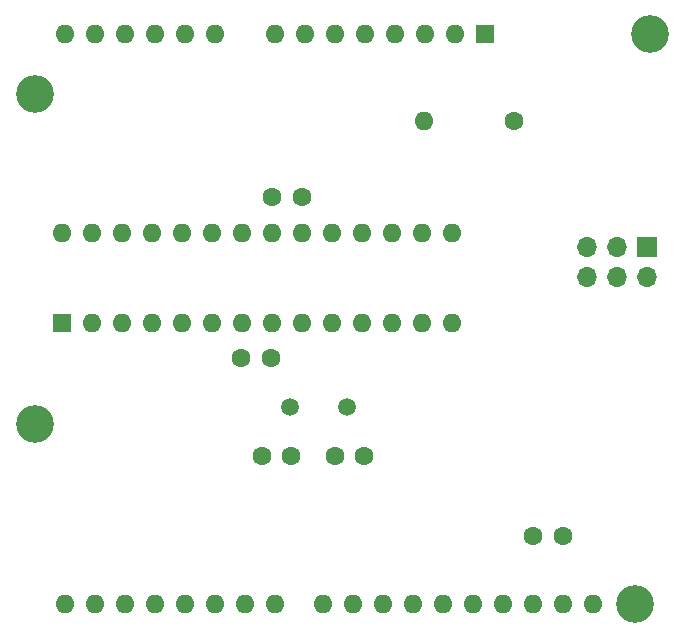
<source format=gbr>
%TF.GenerationSoftware,KiCad,Pcbnew,(6.0.6)*%
%TF.CreationDate,2022-12-20T11:11:53-08:00*%
%TF.ProjectId,AS-MULTI-UNO-01,41532d4d-554c-4544-992d-554e4f2d3031,rev?*%
%TF.SameCoordinates,Original*%
%TF.FileFunction,Soldermask,Top*%
%TF.FilePolarity,Negative*%
%FSLAX46Y46*%
G04 Gerber Fmt 4.6, Leading zero omitted, Abs format (unit mm)*
G04 Created by KiCad (PCBNEW (6.0.6)) date 2022-12-20 11:11:53*
%MOMM*%
%LPD*%
G01*
G04 APERTURE LIST*
%ADD10C,1.500000*%
%ADD11C,1.600000*%
%ADD12R,1.600000X1.600000*%
%ADD13O,1.600000X1.600000*%
%ADD14R,1.700000X1.700000*%
%ADD15O,1.700000X1.700000*%
%ADD16C,3.200000*%
G04 APERTURE END LIST*
D10*
%TO.C,Y1*%
X101244400Y-98425000D03*
X106124400Y-98425000D03*
%TD*%
D11*
%TO.C,C4*%
X97149600Y-94259400D03*
X99649600Y-94259400D03*
%TD*%
%TO.C,C2*%
X105054400Y-102616000D03*
X107554400Y-102616000D03*
%TD*%
%TO.C,C3*%
X102265800Y-80619600D03*
X99765800Y-80619600D03*
%TD*%
%TO.C,C5*%
X121889200Y-109321600D03*
X124389200Y-109321600D03*
%TD*%
D12*
%TO.C,U1*%
X81940400Y-91313000D03*
D13*
X84480400Y-91313000D03*
X87020400Y-91313000D03*
X89560400Y-91313000D03*
X92100400Y-91313000D03*
X94640400Y-91313000D03*
X97180400Y-91313000D03*
X99720400Y-91313000D03*
X102260400Y-91313000D03*
X104800400Y-91313000D03*
X107340400Y-91313000D03*
X109880400Y-91313000D03*
X112420400Y-91313000D03*
X114960400Y-91313000D03*
X114960400Y-83693000D03*
X112420400Y-83693000D03*
X109880400Y-83693000D03*
X107340400Y-83693000D03*
X104800400Y-83693000D03*
X102260400Y-83693000D03*
X99720400Y-83693000D03*
X97180400Y-83693000D03*
X94640400Y-83693000D03*
X92100400Y-83693000D03*
X89560400Y-83693000D03*
X87020400Y-83693000D03*
X84480400Y-83693000D03*
X81940400Y-83693000D03*
%TD*%
D14*
%TO.C,J1*%
X131531600Y-84856400D03*
D15*
X131531600Y-87396400D03*
X128991600Y-84856400D03*
X128991600Y-87396400D03*
X126451600Y-84856400D03*
X126451600Y-87396400D03*
%TD*%
D11*
%TO.C,R1*%
X120243600Y-74218800D03*
D13*
X112623600Y-74218800D03*
%TD*%
D11*
%TO.C,C1*%
X101376800Y-102590600D03*
X98876800Y-102590600D03*
%TD*%
D16*
%TO.C,A1*%
X131775200Y-66852800D03*
X79705200Y-99872800D03*
X79705200Y-71932800D03*
X130505200Y-115112800D03*
D12*
X117805200Y-66852800D03*
D13*
X115265200Y-66852800D03*
X112725200Y-66852800D03*
X110185200Y-66852800D03*
X107645200Y-66852800D03*
X105105200Y-66852800D03*
X102565200Y-66852800D03*
X100025200Y-66852800D03*
X94945200Y-66852800D03*
X92405200Y-66852800D03*
X89865200Y-66852800D03*
X87325200Y-66852800D03*
X84785200Y-66852800D03*
X82245200Y-66852800D03*
X82245200Y-115112800D03*
X84785200Y-115112800D03*
X87325200Y-115112800D03*
X89865200Y-115112800D03*
X92405200Y-115112800D03*
X94945200Y-115112800D03*
X97485200Y-115112800D03*
X100025200Y-115112800D03*
X104085200Y-115112800D03*
X106625200Y-115112800D03*
X109165200Y-115112800D03*
X111705200Y-115112800D03*
X114245200Y-115112800D03*
X116785200Y-115112800D03*
X119325200Y-115112800D03*
X121865200Y-115112800D03*
X124405200Y-115112800D03*
X126945200Y-115112800D03*
%TD*%
M02*

</source>
